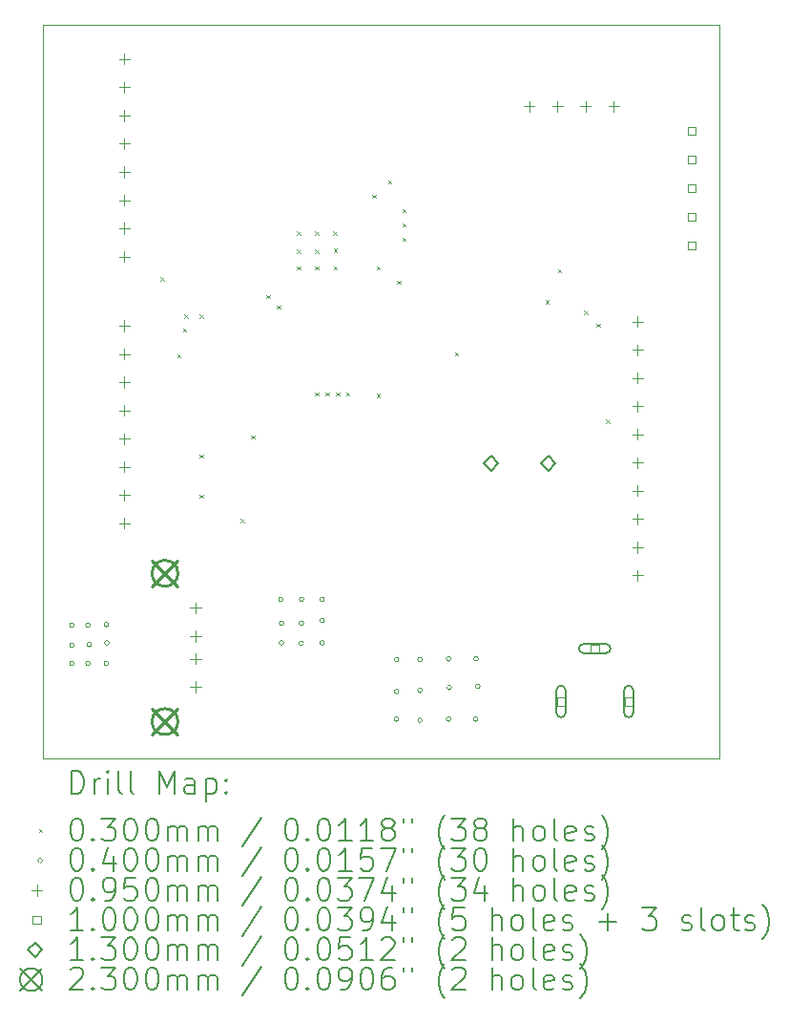
<source format=gbr>
%FSLAX45Y45*%
G04 Gerber Fmt 4.5, Leading zero omitted, Abs format (unit mm)*
G04 Created by KiCad (PCBNEW (6.0.1)) date 2022-05-20 19:43:47*
%MOMM*%
%LPD*%
G01*
G04 APERTURE LIST*
%TA.AperFunction,Profile*%
%ADD10C,0.100000*%
%TD*%
%ADD11C,0.200000*%
%ADD12C,0.030000*%
%ADD13C,0.040000*%
%ADD14C,0.095000*%
%ADD15C,0.100000*%
%ADD16C,0.130000*%
%ADD17C,0.230000*%
G04 APERTURE END LIST*
D10*
X12570000Y-2740000D02*
X18570000Y-2740000D01*
X18570000Y-2740000D02*
X18570000Y-9240000D01*
X18570000Y-9240000D02*
X12570000Y-9240000D01*
X12570000Y-9240000D02*
X12570000Y-2740000D01*
D11*
D12*
X13614640Y-4978640D02*
X13644640Y-5008640D01*
X13644640Y-4978640D02*
X13614640Y-5008640D01*
X13761960Y-5659360D02*
X13791960Y-5689360D01*
X13791960Y-5659360D02*
X13761960Y-5689360D01*
X13812760Y-5430760D02*
X13842760Y-5460760D01*
X13842760Y-5430760D02*
X13812760Y-5460760D01*
X13822920Y-5308840D02*
X13852920Y-5338840D01*
X13852920Y-5308840D02*
X13822920Y-5338840D01*
X13958560Y-6549880D02*
X13988560Y-6579880D01*
X13988560Y-6549880D02*
X13958560Y-6579880D01*
X13958560Y-6905480D02*
X13988560Y-6935480D01*
X13988560Y-6905480D02*
X13958560Y-6935480D01*
X13960080Y-5308840D02*
X13990080Y-5338840D01*
X13990080Y-5308840D02*
X13960080Y-5338840D01*
X14323070Y-7120090D02*
X14353070Y-7150090D01*
X14353070Y-7120090D02*
X14323070Y-7150090D01*
X14417280Y-6380720D02*
X14447280Y-6410720D01*
X14447280Y-6380720D02*
X14417280Y-6410720D01*
X14554440Y-5136120D02*
X14584440Y-5166120D01*
X14584440Y-5136120D02*
X14554440Y-5166120D01*
X14645880Y-5227560D02*
X14675880Y-5257560D01*
X14675880Y-5227560D02*
X14645880Y-5257560D01*
X14823680Y-4572240D02*
X14853680Y-4602240D01*
X14853680Y-4572240D02*
X14823680Y-4602240D01*
X14823680Y-4734800D02*
X14853680Y-4764800D01*
X14853680Y-4734800D02*
X14823680Y-4764800D01*
X14823680Y-4882120D02*
X14853680Y-4912120D01*
X14853680Y-4882120D02*
X14823680Y-4912120D01*
X14986240Y-4572240D02*
X15016240Y-4602240D01*
X15016240Y-4572240D02*
X14986240Y-4602240D01*
X14986240Y-4734800D02*
X15016240Y-4764800D01*
X15016240Y-4734800D02*
X14986240Y-4764800D01*
X14986240Y-4882120D02*
X15016240Y-4912120D01*
X15016240Y-4882120D02*
X14986240Y-4912120D01*
X14986240Y-5999720D02*
X15016240Y-6029720D01*
X15016240Y-5999720D02*
X14986240Y-6029720D01*
X15077680Y-5999720D02*
X15107680Y-6029720D01*
X15107680Y-5999720D02*
X15077680Y-6029720D01*
X15143720Y-4572240D02*
X15173720Y-4602240D01*
X15173720Y-4572240D02*
X15143720Y-4602240D01*
X15148800Y-4724640D02*
X15178800Y-4754640D01*
X15178800Y-4724640D02*
X15148800Y-4754640D01*
X15148800Y-4882120D02*
X15178800Y-4912120D01*
X15178800Y-4882120D02*
X15148800Y-4912120D01*
X15169120Y-5999720D02*
X15199120Y-6029720D01*
X15199120Y-5999720D02*
X15169120Y-6029720D01*
X15260560Y-5999720D02*
X15290560Y-6029720D01*
X15290560Y-5999720D02*
X15260560Y-6029720D01*
X15494240Y-4247120D02*
X15524240Y-4277120D01*
X15524240Y-4247120D02*
X15494240Y-4277120D01*
X15529800Y-4882120D02*
X15559800Y-4912120D01*
X15559800Y-4882120D02*
X15529800Y-4912120D01*
X15529800Y-6009880D02*
X15559800Y-6039880D01*
X15559800Y-6009880D02*
X15529800Y-6039880D01*
X15631400Y-4120120D02*
X15661400Y-4150120D01*
X15661400Y-4120120D02*
X15631400Y-4150120D01*
X15712680Y-5009120D02*
X15742680Y-5039120D01*
X15742680Y-5009120D02*
X15712680Y-5039120D01*
X15758400Y-4374120D02*
X15788400Y-4404120D01*
X15788400Y-4374120D02*
X15758400Y-4404120D01*
X15758400Y-4501120D02*
X15788400Y-4531120D01*
X15788400Y-4501120D02*
X15758400Y-4531120D01*
X15758400Y-4628120D02*
X15788400Y-4658120D01*
X15788400Y-4628120D02*
X15758400Y-4658120D01*
X16225760Y-5644120D02*
X16255760Y-5674120D01*
X16255760Y-5644120D02*
X16225760Y-5674120D01*
X17028400Y-5181840D02*
X17058400Y-5211840D01*
X17058400Y-5181840D02*
X17028400Y-5211840D01*
X17140160Y-4907520D02*
X17170160Y-4937520D01*
X17170160Y-4907520D02*
X17140160Y-4937520D01*
X17373840Y-5273280D02*
X17403840Y-5303280D01*
X17403840Y-5273280D02*
X17373840Y-5303280D01*
X17480520Y-5390120D02*
X17510520Y-5420120D01*
X17510520Y-5390120D02*
X17480520Y-5420120D01*
X17566880Y-6238480D02*
X17596880Y-6268480D01*
X17596880Y-6238480D02*
X17566880Y-6268480D01*
D13*
X12847000Y-8061960D02*
G75*
G03*
X12847000Y-8061960I-20000J0D01*
G01*
X12847000Y-8239760D02*
G75*
G03*
X12847000Y-8239760I-20000J0D01*
G01*
X12847000Y-8402320D02*
G75*
G03*
X12847000Y-8402320I-20000J0D01*
G01*
X12989240Y-8061960D02*
G75*
G03*
X12989240Y-8061960I-20000J0D01*
G01*
X12989240Y-8402320D02*
G75*
G03*
X12989240Y-8402320I-20000J0D01*
G01*
X12999400Y-8234680D02*
G75*
G03*
X12999400Y-8234680I-20000J0D01*
G01*
X13151800Y-8056880D02*
G75*
G03*
X13151800Y-8056880I-20000J0D01*
G01*
X13151800Y-8402320D02*
G75*
G03*
X13151800Y-8402320I-20000J0D01*
G01*
X13156880Y-8219440D02*
G75*
G03*
X13156880Y-8219440I-20000J0D01*
G01*
X14701200Y-7833360D02*
G75*
G03*
X14701200Y-7833360I-20000J0D01*
G01*
X14706280Y-8219440D02*
G75*
G03*
X14706280Y-8219440I-20000J0D01*
G01*
X14707160Y-8045840D02*
G75*
G03*
X14707160Y-8045840I-20000J0D01*
G01*
X14881440Y-8045840D02*
G75*
G03*
X14881440Y-8045840I-20000J0D01*
G01*
X14881440Y-8222080D02*
G75*
G03*
X14881440Y-8222080I-20000J0D01*
G01*
X14884080Y-7833360D02*
G75*
G03*
X14884080Y-7833360I-20000J0D01*
G01*
X15066960Y-7833360D02*
G75*
G03*
X15066960Y-7833360I-20000J0D01*
G01*
X15066960Y-8021320D02*
G75*
G03*
X15066960Y-8021320I-20000J0D01*
G01*
X15066960Y-8219440D02*
G75*
G03*
X15066960Y-8219440I-20000J0D01*
G01*
X15727360Y-8366760D02*
G75*
G03*
X15727360Y-8366760I-20000J0D01*
G01*
X15727360Y-8651240D02*
G75*
G03*
X15727360Y-8651240I-20000J0D01*
G01*
X15727360Y-8895080D02*
G75*
G03*
X15727360Y-8895080I-20000J0D01*
G01*
X15935640Y-8366760D02*
G75*
G03*
X15935640Y-8366760I-20000J0D01*
G01*
X15935640Y-8641080D02*
G75*
G03*
X15935640Y-8641080I-20000J0D01*
G01*
X15935640Y-8905240D02*
G75*
G03*
X15935640Y-8905240I-20000J0D01*
G01*
X16189640Y-8361680D02*
G75*
G03*
X16189640Y-8361680I-20000J0D01*
G01*
X16189640Y-8895080D02*
G75*
G03*
X16189640Y-8895080I-20000J0D01*
G01*
X16194720Y-8615680D02*
G75*
G03*
X16194720Y-8615680I-20000J0D01*
G01*
X16428400Y-8895080D02*
G75*
G03*
X16428400Y-8895080I-20000J0D01*
G01*
X16433480Y-8361680D02*
G75*
G03*
X16433480Y-8361680I-20000J0D01*
G01*
X16448720Y-8605520D02*
G75*
G03*
X16448720Y-8605520I-20000J0D01*
G01*
D14*
X13292860Y-2998020D02*
X13292860Y-3093020D01*
X13245360Y-3045520D02*
X13340360Y-3045520D01*
X13292860Y-3248020D02*
X13292860Y-3343020D01*
X13245360Y-3295520D02*
X13340360Y-3295520D01*
X13292860Y-3498020D02*
X13292860Y-3593020D01*
X13245360Y-3545520D02*
X13340360Y-3545520D01*
X13292860Y-3748020D02*
X13292860Y-3843020D01*
X13245360Y-3795520D02*
X13340360Y-3795520D01*
X13292860Y-3998020D02*
X13292860Y-4093020D01*
X13245360Y-4045520D02*
X13340360Y-4045520D01*
X13292860Y-4248020D02*
X13292860Y-4343020D01*
X13245360Y-4295520D02*
X13340360Y-4295520D01*
X13292860Y-4498020D02*
X13292860Y-4593020D01*
X13245360Y-4545520D02*
X13340360Y-4545520D01*
X13292860Y-4748020D02*
X13292860Y-4843020D01*
X13245360Y-4795520D02*
X13340360Y-4795520D01*
X13292860Y-5361460D02*
X13292860Y-5456460D01*
X13245360Y-5408960D02*
X13340360Y-5408960D01*
X13292860Y-5611460D02*
X13292860Y-5706460D01*
X13245360Y-5658960D02*
X13340360Y-5658960D01*
X13292860Y-5861460D02*
X13292860Y-5956460D01*
X13245360Y-5908960D02*
X13340360Y-5908960D01*
X13292860Y-6111460D02*
X13292860Y-6206460D01*
X13245360Y-6158960D02*
X13340360Y-6158960D01*
X13292860Y-6361460D02*
X13292860Y-6456460D01*
X13245360Y-6408960D02*
X13340360Y-6408960D01*
X13292860Y-6611460D02*
X13292860Y-6706460D01*
X13245360Y-6658960D02*
X13340360Y-6658960D01*
X13292860Y-6861460D02*
X13292860Y-6956460D01*
X13245360Y-6908960D02*
X13340360Y-6908960D01*
X13292860Y-7111460D02*
X13292860Y-7206460D01*
X13245360Y-7158960D02*
X13340360Y-7158960D01*
X13923090Y-7862500D02*
X13923090Y-7957500D01*
X13875590Y-7910000D02*
X13970590Y-7910000D01*
X13923090Y-8112500D02*
X13923090Y-8207500D01*
X13875590Y-8160000D02*
X13970590Y-8160000D01*
X13923090Y-8312500D02*
X13923090Y-8407500D01*
X13875590Y-8360000D02*
X13970590Y-8360000D01*
X13923090Y-8562500D02*
X13923090Y-8657500D01*
X13875590Y-8610000D02*
X13970590Y-8610000D01*
X16885000Y-3415750D02*
X16885000Y-3510750D01*
X16837500Y-3463250D02*
X16932500Y-3463250D01*
X17135000Y-3415750D02*
X17135000Y-3510750D01*
X17087500Y-3463250D02*
X17182500Y-3463250D01*
X17385000Y-3415750D02*
X17385000Y-3510750D01*
X17337500Y-3463250D02*
X17432500Y-3463250D01*
X17635000Y-3415750D02*
X17635000Y-3510750D01*
X17587500Y-3463250D02*
X17682500Y-3463250D01*
X17846100Y-5324820D02*
X17846100Y-5419820D01*
X17798600Y-5372320D02*
X17893600Y-5372320D01*
X17846100Y-5574820D02*
X17846100Y-5669820D01*
X17798600Y-5622320D02*
X17893600Y-5622320D01*
X17846100Y-5824820D02*
X17846100Y-5919820D01*
X17798600Y-5872320D02*
X17893600Y-5872320D01*
X17846100Y-6074820D02*
X17846100Y-6169820D01*
X17798600Y-6122320D02*
X17893600Y-6122320D01*
X17846100Y-6324820D02*
X17846100Y-6419820D01*
X17798600Y-6372320D02*
X17893600Y-6372320D01*
X17846100Y-6574820D02*
X17846100Y-6669820D01*
X17798600Y-6622320D02*
X17893600Y-6622320D01*
X17846100Y-6824820D02*
X17846100Y-6919820D01*
X17798600Y-6872320D02*
X17893600Y-6872320D01*
X17846100Y-7074820D02*
X17846100Y-7169820D01*
X17798600Y-7122320D02*
X17893600Y-7122320D01*
X17846100Y-7324820D02*
X17846100Y-7419820D01*
X17798600Y-7372320D02*
X17893600Y-7372320D01*
X17846100Y-7574820D02*
X17846100Y-7669820D01*
X17798600Y-7622320D02*
X17893600Y-7622320D01*
D15*
X17201746Y-8774666D02*
X17201746Y-8703954D01*
X17131034Y-8703954D01*
X17131034Y-8774666D01*
X17201746Y-8774666D01*
D11*
X17206390Y-8839310D02*
X17206390Y-8639310D01*
X17126390Y-8839310D02*
X17126390Y-8639310D01*
X17206390Y-8639310D02*
G75*
G03*
X17126390Y-8639310I-40000J0D01*
G01*
X17126390Y-8839310D02*
G75*
G03*
X17206390Y-8839310I40000J0D01*
G01*
D15*
X17501746Y-8304666D02*
X17501746Y-8233954D01*
X17431034Y-8233954D01*
X17431034Y-8304666D01*
X17501746Y-8304666D01*
D11*
X17566390Y-8229310D02*
X17366390Y-8229310D01*
X17566390Y-8309310D02*
X17366390Y-8309310D01*
X17366390Y-8229310D02*
G75*
G03*
X17366390Y-8309310I0J-40000D01*
G01*
X17566390Y-8309310D02*
G75*
G03*
X17566390Y-8229310I0J40000D01*
G01*
D15*
X17801746Y-8774666D02*
X17801746Y-8703954D01*
X17731034Y-8703954D01*
X17731034Y-8774666D01*
X17801746Y-8774666D01*
D11*
X17806390Y-8839310D02*
X17806390Y-8639310D01*
X17726390Y-8839310D02*
X17726390Y-8639310D01*
X17806390Y-8639310D02*
G75*
G03*
X17726390Y-8639310I-40000J0D01*
G01*
X17726390Y-8839310D02*
G75*
G03*
X17806390Y-8839310I40000J0D01*
G01*
D15*
X18360726Y-3718356D02*
X18360726Y-3647644D01*
X18290014Y-3647644D01*
X18290014Y-3718356D01*
X18360726Y-3718356D01*
X18360726Y-3972356D02*
X18360726Y-3901644D01*
X18290014Y-3901644D01*
X18290014Y-3972356D01*
X18360726Y-3972356D01*
X18360726Y-4226356D02*
X18360726Y-4155644D01*
X18290014Y-4155644D01*
X18290014Y-4226356D01*
X18360726Y-4226356D01*
X18360726Y-4480356D02*
X18360726Y-4409644D01*
X18290014Y-4409644D01*
X18290014Y-4480356D01*
X18360726Y-4480356D01*
X18360726Y-4734356D02*
X18360726Y-4663644D01*
X18290014Y-4663644D01*
X18290014Y-4734356D01*
X18360726Y-4734356D01*
D16*
X16545560Y-6694400D02*
X16610560Y-6629400D01*
X16545560Y-6564400D01*
X16480560Y-6629400D01*
X16545560Y-6694400D01*
X17053560Y-6694400D02*
X17118560Y-6629400D01*
X17053560Y-6564400D01*
X16988560Y-6629400D01*
X17053560Y-6694400D01*
D17*
X13537090Y-7488000D02*
X13767090Y-7718000D01*
X13767090Y-7488000D02*
X13537090Y-7718000D01*
X13767090Y-7603000D02*
G75*
G03*
X13767090Y-7603000I-115000J0D01*
G01*
X13537090Y-8802000D02*
X13767090Y-9032000D01*
X13767090Y-8802000D02*
X13537090Y-9032000D01*
X13767090Y-8917000D02*
G75*
G03*
X13767090Y-8917000I-115000J0D01*
G01*
D11*
X12822619Y-9555476D02*
X12822619Y-9355476D01*
X12870238Y-9355476D01*
X12898809Y-9365000D01*
X12917857Y-9384048D01*
X12927381Y-9403095D01*
X12936905Y-9441190D01*
X12936905Y-9469762D01*
X12927381Y-9507857D01*
X12917857Y-9526905D01*
X12898809Y-9545952D01*
X12870238Y-9555476D01*
X12822619Y-9555476D01*
X13022619Y-9555476D02*
X13022619Y-9422143D01*
X13022619Y-9460238D02*
X13032143Y-9441190D01*
X13041667Y-9431667D01*
X13060714Y-9422143D01*
X13079762Y-9422143D01*
X13146428Y-9555476D02*
X13146428Y-9422143D01*
X13146428Y-9355476D02*
X13136905Y-9365000D01*
X13146428Y-9374524D01*
X13155952Y-9365000D01*
X13146428Y-9355476D01*
X13146428Y-9374524D01*
X13270238Y-9555476D02*
X13251190Y-9545952D01*
X13241667Y-9526905D01*
X13241667Y-9355476D01*
X13375000Y-9555476D02*
X13355952Y-9545952D01*
X13346428Y-9526905D01*
X13346428Y-9355476D01*
X13603571Y-9555476D02*
X13603571Y-9355476D01*
X13670238Y-9498333D01*
X13736905Y-9355476D01*
X13736905Y-9555476D01*
X13917857Y-9555476D02*
X13917857Y-9450714D01*
X13908333Y-9431667D01*
X13889286Y-9422143D01*
X13851190Y-9422143D01*
X13832143Y-9431667D01*
X13917857Y-9545952D02*
X13898809Y-9555476D01*
X13851190Y-9555476D01*
X13832143Y-9545952D01*
X13822619Y-9526905D01*
X13822619Y-9507857D01*
X13832143Y-9488810D01*
X13851190Y-9479286D01*
X13898809Y-9479286D01*
X13917857Y-9469762D01*
X14013095Y-9422143D02*
X14013095Y-9622143D01*
X14013095Y-9431667D02*
X14032143Y-9422143D01*
X14070238Y-9422143D01*
X14089286Y-9431667D01*
X14098809Y-9441190D01*
X14108333Y-9460238D01*
X14108333Y-9517381D01*
X14098809Y-9536429D01*
X14089286Y-9545952D01*
X14070238Y-9555476D01*
X14032143Y-9555476D01*
X14013095Y-9545952D01*
X14194048Y-9536429D02*
X14203571Y-9545952D01*
X14194048Y-9555476D01*
X14184524Y-9545952D01*
X14194048Y-9536429D01*
X14194048Y-9555476D01*
X14194048Y-9431667D02*
X14203571Y-9441190D01*
X14194048Y-9450714D01*
X14184524Y-9441190D01*
X14194048Y-9431667D01*
X14194048Y-9450714D01*
D12*
X12535000Y-9870000D02*
X12565000Y-9900000D01*
X12565000Y-9870000D02*
X12535000Y-9900000D01*
D11*
X12860714Y-9775476D02*
X12879762Y-9775476D01*
X12898809Y-9785000D01*
X12908333Y-9794524D01*
X12917857Y-9813571D01*
X12927381Y-9851667D01*
X12927381Y-9899286D01*
X12917857Y-9937381D01*
X12908333Y-9956429D01*
X12898809Y-9965952D01*
X12879762Y-9975476D01*
X12860714Y-9975476D01*
X12841667Y-9965952D01*
X12832143Y-9956429D01*
X12822619Y-9937381D01*
X12813095Y-9899286D01*
X12813095Y-9851667D01*
X12822619Y-9813571D01*
X12832143Y-9794524D01*
X12841667Y-9785000D01*
X12860714Y-9775476D01*
X13013095Y-9956429D02*
X13022619Y-9965952D01*
X13013095Y-9975476D01*
X13003571Y-9965952D01*
X13013095Y-9956429D01*
X13013095Y-9975476D01*
X13089286Y-9775476D02*
X13213095Y-9775476D01*
X13146428Y-9851667D01*
X13175000Y-9851667D01*
X13194048Y-9861190D01*
X13203571Y-9870714D01*
X13213095Y-9889762D01*
X13213095Y-9937381D01*
X13203571Y-9956429D01*
X13194048Y-9965952D01*
X13175000Y-9975476D01*
X13117857Y-9975476D01*
X13098809Y-9965952D01*
X13089286Y-9956429D01*
X13336905Y-9775476D02*
X13355952Y-9775476D01*
X13375000Y-9785000D01*
X13384524Y-9794524D01*
X13394048Y-9813571D01*
X13403571Y-9851667D01*
X13403571Y-9899286D01*
X13394048Y-9937381D01*
X13384524Y-9956429D01*
X13375000Y-9965952D01*
X13355952Y-9975476D01*
X13336905Y-9975476D01*
X13317857Y-9965952D01*
X13308333Y-9956429D01*
X13298809Y-9937381D01*
X13289286Y-9899286D01*
X13289286Y-9851667D01*
X13298809Y-9813571D01*
X13308333Y-9794524D01*
X13317857Y-9785000D01*
X13336905Y-9775476D01*
X13527381Y-9775476D02*
X13546428Y-9775476D01*
X13565476Y-9785000D01*
X13575000Y-9794524D01*
X13584524Y-9813571D01*
X13594048Y-9851667D01*
X13594048Y-9899286D01*
X13584524Y-9937381D01*
X13575000Y-9956429D01*
X13565476Y-9965952D01*
X13546428Y-9975476D01*
X13527381Y-9975476D01*
X13508333Y-9965952D01*
X13498809Y-9956429D01*
X13489286Y-9937381D01*
X13479762Y-9899286D01*
X13479762Y-9851667D01*
X13489286Y-9813571D01*
X13498809Y-9794524D01*
X13508333Y-9785000D01*
X13527381Y-9775476D01*
X13679762Y-9975476D02*
X13679762Y-9842143D01*
X13679762Y-9861190D02*
X13689286Y-9851667D01*
X13708333Y-9842143D01*
X13736905Y-9842143D01*
X13755952Y-9851667D01*
X13765476Y-9870714D01*
X13765476Y-9975476D01*
X13765476Y-9870714D02*
X13775000Y-9851667D01*
X13794048Y-9842143D01*
X13822619Y-9842143D01*
X13841667Y-9851667D01*
X13851190Y-9870714D01*
X13851190Y-9975476D01*
X13946428Y-9975476D02*
X13946428Y-9842143D01*
X13946428Y-9861190D02*
X13955952Y-9851667D01*
X13975000Y-9842143D01*
X14003571Y-9842143D01*
X14022619Y-9851667D01*
X14032143Y-9870714D01*
X14032143Y-9975476D01*
X14032143Y-9870714D02*
X14041667Y-9851667D01*
X14060714Y-9842143D01*
X14089286Y-9842143D01*
X14108333Y-9851667D01*
X14117857Y-9870714D01*
X14117857Y-9975476D01*
X14508333Y-9765952D02*
X14336905Y-10023095D01*
X14765476Y-9775476D02*
X14784524Y-9775476D01*
X14803571Y-9785000D01*
X14813095Y-9794524D01*
X14822619Y-9813571D01*
X14832143Y-9851667D01*
X14832143Y-9899286D01*
X14822619Y-9937381D01*
X14813095Y-9956429D01*
X14803571Y-9965952D01*
X14784524Y-9975476D01*
X14765476Y-9975476D01*
X14746428Y-9965952D01*
X14736905Y-9956429D01*
X14727381Y-9937381D01*
X14717857Y-9899286D01*
X14717857Y-9851667D01*
X14727381Y-9813571D01*
X14736905Y-9794524D01*
X14746428Y-9785000D01*
X14765476Y-9775476D01*
X14917857Y-9956429D02*
X14927381Y-9965952D01*
X14917857Y-9975476D01*
X14908333Y-9965952D01*
X14917857Y-9956429D01*
X14917857Y-9975476D01*
X15051190Y-9775476D02*
X15070238Y-9775476D01*
X15089286Y-9785000D01*
X15098809Y-9794524D01*
X15108333Y-9813571D01*
X15117857Y-9851667D01*
X15117857Y-9899286D01*
X15108333Y-9937381D01*
X15098809Y-9956429D01*
X15089286Y-9965952D01*
X15070238Y-9975476D01*
X15051190Y-9975476D01*
X15032143Y-9965952D01*
X15022619Y-9956429D01*
X15013095Y-9937381D01*
X15003571Y-9899286D01*
X15003571Y-9851667D01*
X15013095Y-9813571D01*
X15022619Y-9794524D01*
X15032143Y-9785000D01*
X15051190Y-9775476D01*
X15308333Y-9975476D02*
X15194048Y-9975476D01*
X15251190Y-9975476D02*
X15251190Y-9775476D01*
X15232143Y-9804048D01*
X15213095Y-9823095D01*
X15194048Y-9832619D01*
X15498809Y-9975476D02*
X15384524Y-9975476D01*
X15441667Y-9975476D02*
X15441667Y-9775476D01*
X15422619Y-9804048D01*
X15403571Y-9823095D01*
X15384524Y-9832619D01*
X15613095Y-9861190D02*
X15594048Y-9851667D01*
X15584524Y-9842143D01*
X15575000Y-9823095D01*
X15575000Y-9813571D01*
X15584524Y-9794524D01*
X15594048Y-9785000D01*
X15613095Y-9775476D01*
X15651190Y-9775476D01*
X15670238Y-9785000D01*
X15679762Y-9794524D01*
X15689286Y-9813571D01*
X15689286Y-9823095D01*
X15679762Y-9842143D01*
X15670238Y-9851667D01*
X15651190Y-9861190D01*
X15613095Y-9861190D01*
X15594048Y-9870714D01*
X15584524Y-9880238D01*
X15575000Y-9899286D01*
X15575000Y-9937381D01*
X15584524Y-9956429D01*
X15594048Y-9965952D01*
X15613095Y-9975476D01*
X15651190Y-9975476D01*
X15670238Y-9965952D01*
X15679762Y-9956429D01*
X15689286Y-9937381D01*
X15689286Y-9899286D01*
X15679762Y-9880238D01*
X15670238Y-9870714D01*
X15651190Y-9861190D01*
X15765476Y-9775476D02*
X15765476Y-9813571D01*
X15841667Y-9775476D02*
X15841667Y-9813571D01*
X16136905Y-10051667D02*
X16127381Y-10042143D01*
X16108333Y-10013571D01*
X16098809Y-9994524D01*
X16089286Y-9965952D01*
X16079762Y-9918333D01*
X16079762Y-9880238D01*
X16089286Y-9832619D01*
X16098809Y-9804048D01*
X16108333Y-9785000D01*
X16127381Y-9756429D01*
X16136905Y-9746905D01*
X16194048Y-9775476D02*
X16317857Y-9775476D01*
X16251190Y-9851667D01*
X16279762Y-9851667D01*
X16298809Y-9861190D01*
X16308333Y-9870714D01*
X16317857Y-9889762D01*
X16317857Y-9937381D01*
X16308333Y-9956429D01*
X16298809Y-9965952D01*
X16279762Y-9975476D01*
X16222619Y-9975476D01*
X16203571Y-9965952D01*
X16194048Y-9956429D01*
X16432143Y-9861190D02*
X16413095Y-9851667D01*
X16403571Y-9842143D01*
X16394048Y-9823095D01*
X16394048Y-9813571D01*
X16403571Y-9794524D01*
X16413095Y-9785000D01*
X16432143Y-9775476D01*
X16470238Y-9775476D01*
X16489286Y-9785000D01*
X16498809Y-9794524D01*
X16508333Y-9813571D01*
X16508333Y-9823095D01*
X16498809Y-9842143D01*
X16489286Y-9851667D01*
X16470238Y-9861190D01*
X16432143Y-9861190D01*
X16413095Y-9870714D01*
X16403571Y-9880238D01*
X16394048Y-9899286D01*
X16394048Y-9937381D01*
X16403571Y-9956429D01*
X16413095Y-9965952D01*
X16432143Y-9975476D01*
X16470238Y-9975476D01*
X16489286Y-9965952D01*
X16498809Y-9956429D01*
X16508333Y-9937381D01*
X16508333Y-9899286D01*
X16498809Y-9880238D01*
X16489286Y-9870714D01*
X16470238Y-9861190D01*
X16746428Y-9975476D02*
X16746428Y-9775476D01*
X16832143Y-9975476D02*
X16832143Y-9870714D01*
X16822619Y-9851667D01*
X16803571Y-9842143D01*
X16775000Y-9842143D01*
X16755952Y-9851667D01*
X16746428Y-9861190D01*
X16955952Y-9975476D02*
X16936905Y-9965952D01*
X16927381Y-9956429D01*
X16917857Y-9937381D01*
X16917857Y-9880238D01*
X16927381Y-9861190D01*
X16936905Y-9851667D01*
X16955952Y-9842143D01*
X16984524Y-9842143D01*
X17003571Y-9851667D01*
X17013095Y-9861190D01*
X17022619Y-9880238D01*
X17022619Y-9937381D01*
X17013095Y-9956429D01*
X17003571Y-9965952D01*
X16984524Y-9975476D01*
X16955952Y-9975476D01*
X17136905Y-9975476D02*
X17117857Y-9965952D01*
X17108333Y-9946905D01*
X17108333Y-9775476D01*
X17289286Y-9965952D02*
X17270238Y-9975476D01*
X17232143Y-9975476D01*
X17213095Y-9965952D01*
X17203571Y-9946905D01*
X17203571Y-9870714D01*
X17213095Y-9851667D01*
X17232143Y-9842143D01*
X17270238Y-9842143D01*
X17289286Y-9851667D01*
X17298810Y-9870714D01*
X17298810Y-9889762D01*
X17203571Y-9908810D01*
X17375000Y-9965952D02*
X17394048Y-9975476D01*
X17432143Y-9975476D01*
X17451190Y-9965952D01*
X17460714Y-9946905D01*
X17460714Y-9937381D01*
X17451190Y-9918333D01*
X17432143Y-9908810D01*
X17403571Y-9908810D01*
X17384524Y-9899286D01*
X17375000Y-9880238D01*
X17375000Y-9870714D01*
X17384524Y-9851667D01*
X17403571Y-9842143D01*
X17432143Y-9842143D01*
X17451190Y-9851667D01*
X17527381Y-10051667D02*
X17536905Y-10042143D01*
X17555952Y-10013571D01*
X17565476Y-9994524D01*
X17575000Y-9965952D01*
X17584524Y-9918333D01*
X17584524Y-9880238D01*
X17575000Y-9832619D01*
X17565476Y-9804048D01*
X17555952Y-9785000D01*
X17536905Y-9756429D01*
X17527381Y-9746905D01*
D13*
X12565000Y-10149000D02*
G75*
G03*
X12565000Y-10149000I-20000J0D01*
G01*
D11*
X12860714Y-10039476D02*
X12879762Y-10039476D01*
X12898809Y-10049000D01*
X12908333Y-10058524D01*
X12917857Y-10077571D01*
X12927381Y-10115667D01*
X12927381Y-10163286D01*
X12917857Y-10201381D01*
X12908333Y-10220429D01*
X12898809Y-10229952D01*
X12879762Y-10239476D01*
X12860714Y-10239476D01*
X12841667Y-10229952D01*
X12832143Y-10220429D01*
X12822619Y-10201381D01*
X12813095Y-10163286D01*
X12813095Y-10115667D01*
X12822619Y-10077571D01*
X12832143Y-10058524D01*
X12841667Y-10049000D01*
X12860714Y-10039476D01*
X13013095Y-10220429D02*
X13022619Y-10229952D01*
X13013095Y-10239476D01*
X13003571Y-10229952D01*
X13013095Y-10220429D01*
X13013095Y-10239476D01*
X13194048Y-10106143D02*
X13194048Y-10239476D01*
X13146428Y-10029952D02*
X13098809Y-10172810D01*
X13222619Y-10172810D01*
X13336905Y-10039476D02*
X13355952Y-10039476D01*
X13375000Y-10049000D01*
X13384524Y-10058524D01*
X13394048Y-10077571D01*
X13403571Y-10115667D01*
X13403571Y-10163286D01*
X13394048Y-10201381D01*
X13384524Y-10220429D01*
X13375000Y-10229952D01*
X13355952Y-10239476D01*
X13336905Y-10239476D01*
X13317857Y-10229952D01*
X13308333Y-10220429D01*
X13298809Y-10201381D01*
X13289286Y-10163286D01*
X13289286Y-10115667D01*
X13298809Y-10077571D01*
X13308333Y-10058524D01*
X13317857Y-10049000D01*
X13336905Y-10039476D01*
X13527381Y-10039476D02*
X13546428Y-10039476D01*
X13565476Y-10049000D01*
X13575000Y-10058524D01*
X13584524Y-10077571D01*
X13594048Y-10115667D01*
X13594048Y-10163286D01*
X13584524Y-10201381D01*
X13575000Y-10220429D01*
X13565476Y-10229952D01*
X13546428Y-10239476D01*
X13527381Y-10239476D01*
X13508333Y-10229952D01*
X13498809Y-10220429D01*
X13489286Y-10201381D01*
X13479762Y-10163286D01*
X13479762Y-10115667D01*
X13489286Y-10077571D01*
X13498809Y-10058524D01*
X13508333Y-10049000D01*
X13527381Y-10039476D01*
X13679762Y-10239476D02*
X13679762Y-10106143D01*
X13679762Y-10125190D02*
X13689286Y-10115667D01*
X13708333Y-10106143D01*
X13736905Y-10106143D01*
X13755952Y-10115667D01*
X13765476Y-10134714D01*
X13765476Y-10239476D01*
X13765476Y-10134714D02*
X13775000Y-10115667D01*
X13794048Y-10106143D01*
X13822619Y-10106143D01*
X13841667Y-10115667D01*
X13851190Y-10134714D01*
X13851190Y-10239476D01*
X13946428Y-10239476D02*
X13946428Y-10106143D01*
X13946428Y-10125190D02*
X13955952Y-10115667D01*
X13975000Y-10106143D01*
X14003571Y-10106143D01*
X14022619Y-10115667D01*
X14032143Y-10134714D01*
X14032143Y-10239476D01*
X14032143Y-10134714D02*
X14041667Y-10115667D01*
X14060714Y-10106143D01*
X14089286Y-10106143D01*
X14108333Y-10115667D01*
X14117857Y-10134714D01*
X14117857Y-10239476D01*
X14508333Y-10029952D02*
X14336905Y-10287095D01*
X14765476Y-10039476D02*
X14784524Y-10039476D01*
X14803571Y-10049000D01*
X14813095Y-10058524D01*
X14822619Y-10077571D01*
X14832143Y-10115667D01*
X14832143Y-10163286D01*
X14822619Y-10201381D01*
X14813095Y-10220429D01*
X14803571Y-10229952D01*
X14784524Y-10239476D01*
X14765476Y-10239476D01*
X14746428Y-10229952D01*
X14736905Y-10220429D01*
X14727381Y-10201381D01*
X14717857Y-10163286D01*
X14717857Y-10115667D01*
X14727381Y-10077571D01*
X14736905Y-10058524D01*
X14746428Y-10049000D01*
X14765476Y-10039476D01*
X14917857Y-10220429D02*
X14927381Y-10229952D01*
X14917857Y-10239476D01*
X14908333Y-10229952D01*
X14917857Y-10220429D01*
X14917857Y-10239476D01*
X15051190Y-10039476D02*
X15070238Y-10039476D01*
X15089286Y-10049000D01*
X15098809Y-10058524D01*
X15108333Y-10077571D01*
X15117857Y-10115667D01*
X15117857Y-10163286D01*
X15108333Y-10201381D01*
X15098809Y-10220429D01*
X15089286Y-10229952D01*
X15070238Y-10239476D01*
X15051190Y-10239476D01*
X15032143Y-10229952D01*
X15022619Y-10220429D01*
X15013095Y-10201381D01*
X15003571Y-10163286D01*
X15003571Y-10115667D01*
X15013095Y-10077571D01*
X15022619Y-10058524D01*
X15032143Y-10049000D01*
X15051190Y-10039476D01*
X15308333Y-10239476D02*
X15194048Y-10239476D01*
X15251190Y-10239476D02*
X15251190Y-10039476D01*
X15232143Y-10068048D01*
X15213095Y-10087095D01*
X15194048Y-10096619D01*
X15489286Y-10039476D02*
X15394048Y-10039476D01*
X15384524Y-10134714D01*
X15394048Y-10125190D01*
X15413095Y-10115667D01*
X15460714Y-10115667D01*
X15479762Y-10125190D01*
X15489286Y-10134714D01*
X15498809Y-10153762D01*
X15498809Y-10201381D01*
X15489286Y-10220429D01*
X15479762Y-10229952D01*
X15460714Y-10239476D01*
X15413095Y-10239476D01*
X15394048Y-10229952D01*
X15384524Y-10220429D01*
X15565476Y-10039476D02*
X15698809Y-10039476D01*
X15613095Y-10239476D01*
X15765476Y-10039476D02*
X15765476Y-10077571D01*
X15841667Y-10039476D02*
X15841667Y-10077571D01*
X16136905Y-10315667D02*
X16127381Y-10306143D01*
X16108333Y-10277571D01*
X16098809Y-10258524D01*
X16089286Y-10229952D01*
X16079762Y-10182333D01*
X16079762Y-10144238D01*
X16089286Y-10096619D01*
X16098809Y-10068048D01*
X16108333Y-10049000D01*
X16127381Y-10020429D01*
X16136905Y-10010905D01*
X16194048Y-10039476D02*
X16317857Y-10039476D01*
X16251190Y-10115667D01*
X16279762Y-10115667D01*
X16298809Y-10125190D01*
X16308333Y-10134714D01*
X16317857Y-10153762D01*
X16317857Y-10201381D01*
X16308333Y-10220429D01*
X16298809Y-10229952D01*
X16279762Y-10239476D01*
X16222619Y-10239476D01*
X16203571Y-10229952D01*
X16194048Y-10220429D01*
X16441667Y-10039476D02*
X16460714Y-10039476D01*
X16479762Y-10049000D01*
X16489286Y-10058524D01*
X16498809Y-10077571D01*
X16508333Y-10115667D01*
X16508333Y-10163286D01*
X16498809Y-10201381D01*
X16489286Y-10220429D01*
X16479762Y-10229952D01*
X16460714Y-10239476D01*
X16441667Y-10239476D01*
X16422619Y-10229952D01*
X16413095Y-10220429D01*
X16403571Y-10201381D01*
X16394048Y-10163286D01*
X16394048Y-10115667D01*
X16403571Y-10077571D01*
X16413095Y-10058524D01*
X16422619Y-10049000D01*
X16441667Y-10039476D01*
X16746428Y-10239476D02*
X16746428Y-10039476D01*
X16832143Y-10239476D02*
X16832143Y-10134714D01*
X16822619Y-10115667D01*
X16803571Y-10106143D01*
X16775000Y-10106143D01*
X16755952Y-10115667D01*
X16746428Y-10125190D01*
X16955952Y-10239476D02*
X16936905Y-10229952D01*
X16927381Y-10220429D01*
X16917857Y-10201381D01*
X16917857Y-10144238D01*
X16927381Y-10125190D01*
X16936905Y-10115667D01*
X16955952Y-10106143D01*
X16984524Y-10106143D01*
X17003571Y-10115667D01*
X17013095Y-10125190D01*
X17022619Y-10144238D01*
X17022619Y-10201381D01*
X17013095Y-10220429D01*
X17003571Y-10229952D01*
X16984524Y-10239476D01*
X16955952Y-10239476D01*
X17136905Y-10239476D02*
X17117857Y-10229952D01*
X17108333Y-10210905D01*
X17108333Y-10039476D01*
X17289286Y-10229952D02*
X17270238Y-10239476D01*
X17232143Y-10239476D01*
X17213095Y-10229952D01*
X17203571Y-10210905D01*
X17203571Y-10134714D01*
X17213095Y-10115667D01*
X17232143Y-10106143D01*
X17270238Y-10106143D01*
X17289286Y-10115667D01*
X17298810Y-10134714D01*
X17298810Y-10153762D01*
X17203571Y-10172810D01*
X17375000Y-10229952D02*
X17394048Y-10239476D01*
X17432143Y-10239476D01*
X17451190Y-10229952D01*
X17460714Y-10210905D01*
X17460714Y-10201381D01*
X17451190Y-10182333D01*
X17432143Y-10172810D01*
X17403571Y-10172810D01*
X17384524Y-10163286D01*
X17375000Y-10144238D01*
X17375000Y-10134714D01*
X17384524Y-10115667D01*
X17403571Y-10106143D01*
X17432143Y-10106143D01*
X17451190Y-10115667D01*
X17527381Y-10315667D02*
X17536905Y-10306143D01*
X17555952Y-10277571D01*
X17565476Y-10258524D01*
X17575000Y-10229952D01*
X17584524Y-10182333D01*
X17584524Y-10144238D01*
X17575000Y-10096619D01*
X17565476Y-10068048D01*
X17555952Y-10049000D01*
X17536905Y-10020429D01*
X17527381Y-10010905D01*
D14*
X12517500Y-10365500D02*
X12517500Y-10460500D01*
X12470000Y-10413000D02*
X12565000Y-10413000D01*
D11*
X12860714Y-10303476D02*
X12879762Y-10303476D01*
X12898809Y-10313000D01*
X12908333Y-10322524D01*
X12917857Y-10341571D01*
X12927381Y-10379667D01*
X12927381Y-10427286D01*
X12917857Y-10465381D01*
X12908333Y-10484429D01*
X12898809Y-10493952D01*
X12879762Y-10503476D01*
X12860714Y-10503476D01*
X12841667Y-10493952D01*
X12832143Y-10484429D01*
X12822619Y-10465381D01*
X12813095Y-10427286D01*
X12813095Y-10379667D01*
X12822619Y-10341571D01*
X12832143Y-10322524D01*
X12841667Y-10313000D01*
X12860714Y-10303476D01*
X13013095Y-10484429D02*
X13022619Y-10493952D01*
X13013095Y-10503476D01*
X13003571Y-10493952D01*
X13013095Y-10484429D01*
X13013095Y-10503476D01*
X13117857Y-10503476D02*
X13155952Y-10503476D01*
X13175000Y-10493952D01*
X13184524Y-10484429D01*
X13203571Y-10455857D01*
X13213095Y-10417762D01*
X13213095Y-10341571D01*
X13203571Y-10322524D01*
X13194048Y-10313000D01*
X13175000Y-10303476D01*
X13136905Y-10303476D01*
X13117857Y-10313000D01*
X13108333Y-10322524D01*
X13098809Y-10341571D01*
X13098809Y-10389190D01*
X13108333Y-10408238D01*
X13117857Y-10417762D01*
X13136905Y-10427286D01*
X13175000Y-10427286D01*
X13194048Y-10417762D01*
X13203571Y-10408238D01*
X13213095Y-10389190D01*
X13394048Y-10303476D02*
X13298809Y-10303476D01*
X13289286Y-10398714D01*
X13298809Y-10389190D01*
X13317857Y-10379667D01*
X13365476Y-10379667D01*
X13384524Y-10389190D01*
X13394048Y-10398714D01*
X13403571Y-10417762D01*
X13403571Y-10465381D01*
X13394048Y-10484429D01*
X13384524Y-10493952D01*
X13365476Y-10503476D01*
X13317857Y-10503476D01*
X13298809Y-10493952D01*
X13289286Y-10484429D01*
X13527381Y-10303476D02*
X13546428Y-10303476D01*
X13565476Y-10313000D01*
X13575000Y-10322524D01*
X13584524Y-10341571D01*
X13594048Y-10379667D01*
X13594048Y-10427286D01*
X13584524Y-10465381D01*
X13575000Y-10484429D01*
X13565476Y-10493952D01*
X13546428Y-10503476D01*
X13527381Y-10503476D01*
X13508333Y-10493952D01*
X13498809Y-10484429D01*
X13489286Y-10465381D01*
X13479762Y-10427286D01*
X13479762Y-10379667D01*
X13489286Y-10341571D01*
X13498809Y-10322524D01*
X13508333Y-10313000D01*
X13527381Y-10303476D01*
X13679762Y-10503476D02*
X13679762Y-10370143D01*
X13679762Y-10389190D02*
X13689286Y-10379667D01*
X13708333Y-10370143D01*
X13736905Y-10370143D01*
X13755952Y-10379667D01*
X13765476Y-10398714D01*
X13765476Y-10503476D01*
X13765476Y-10398714D02*
X13775000Y-10379667D01*
X13794048Y-10370143D01*
X13822619Y-10370143D01*
X13841667Y-10379667D01*
X13851190Y-10398714D01*
X13851190Y-10503476D01*
X13946428Y-10503476D02*
X13946428Y-10370143D01*
X13946428Y-10389190D02*
X13955952Y-10379667D01*
X13975000Y-10370143D01*
X14003571Y-10370143D01*
X14022619Y-10379667D01*
X14032143Y-10398714D01*
X14032143Y-10503476D01*
X14032143Y-10398714D02*
X14041667Y-10379667D01*
X14060714Y-10370143D01*
X14089286Y-10370143D01*
X14108333Y-10379667D01*
X14117857Y-10398714D01*
X14117857Y-10503476D01*
X14508333Y-10293952D02*
X14336905Y-10551095D01*
X14765476Y-10303476D02*
X14784524Y-10303476D01*
X14803571Y-10313000D01*
X14813095Y-10322524D01*
X14822619Y-10341571D01*
X14832143Y-10379667D01*
X14832143Y-10427286D01*
X14822619Y-10465381D01*
X14813095Y-10484429D01*
X14803571Y-10493952D01*
X14784524Y-10503476D01*
X14765476Y-10503476D01*
X14746428Y-10493952D01*
X14736905Y-10484429D01*
X14727381Y-10465381D01*
X14717857Y-10427286D01*
X14717857Y-10379667D01*
X14727381Y-10341571D01*
X14736905Y-10322524D01*
X14746428Y-10313000D01*
X14765476Y-10303476D01*
X14917857Y-10484429D02*
X14927381Y-10493952D01*
X14917857Y-10503476D01*
X14908333Y-10493952D01*
X14917857Y-10484429D01*
X14917857Y-10503476D01*
X15051190Y-10303476D02*
X15070238Y-10303476D01*
X15089286Y-10313000D01*
X15098809Y-10322524D01*
X15108333Y-10341571D01*
X15117857Y-10379667D01*
X15117857Y-10427286D01*
X15108333Y-10465381D01*
X15098809Y-10484429D01*
X15089286Y-10493952D01*
X15070238Y-10503476D01*
X15051190Y-10503476D01*
X15032143Y-10493952D01*
X15022619Y-10484429D01*
X15013095Y-10465381D01*
X15003571Y-10427286D01*
X15003571Y-10379667D01*
X15013095Y-10341571D01*
X15022619Y-10322524D01*
X15032143Y-10313000D01*
X15051190Y-10303476D01*
X15184524Y-10303476D02*
X15308333Y-10303476D01*
X15241667Y-10379667D01*
X15270238Y-10379667D01*
X15289286Y-10389190D01*
X15298809Y-10398714D01*
X15308333Y-10417762D01*
X15308333Y-10465381D01*
X15298809Y-10484429D01*
X15289286Y-10493952D01*
X15270238Y-10503476D01*
X15213095Y-10503476D01*
X15194048Y-10493952D01*
X15184524Y-10484429D01*
X15375000Y-10303476D02*
X15508333Y-10303476D01*
X15422619Y-10503476D01*
X15670238Y-10370143D02*
X15670238Y-10503476D01*
X15622619Y-10293952D02*
X15575000Y-10436810D01*
X15698809Y-10436810D01*
X15765476Y-10303476D02*
X15765476Y-10341571D01*
X15841667Y-10303476D02*
X15841667Y-10341571D01*
X16136905Y-10579667D02*
X16127381Y-10570143D01*
X16108333Y-10541571D01*
X16098809Y-10522524D01*
X16089286Y-10493952D01*
X16079762Y-10446333D01*
X16079762Y-10408238D01*
X16089286Y-10360619D01*
X16098809Y-10332048D01*
X16108333Y-10313000D01*
X16127381Y-10284429D01*
X16136905Y-10274905D01*
X16194048Y-10303476D02*
X16317857Y-10303476D01*
X16251190Y-10379667D01*
X16279762Y-10379667D01*
X16298809Y-10389190D01*
X16308333Y-10398714D01*
X16317857Y-10417762D01*
X16317857Y-10465381D01*
X16308333Y-10484429D01*
X16298809Y-10493952D01*
X16279762Y-10503476D01*
X16222619Y-10503476D01*
X16203571Y-10493952D01*
X16194048Y-10484429D01*
X16489286Y-10370143D02*
X16489286Y-10503476D01*
X16441667Y-10293952D02*
X16394048Y-10436810D01*
X16517857Y-10436810D01*
X16746428Y-10503476D02*
X16746428Y-10303476D01*
X16832143Y-10503476D02*
X16832143Y-10398714D01*
X16822619Y-10379667D01*
X16803571Y-10370143D01*
X16775000Y-10370143D01*
X16755952Y-10379667D01*
X16746428Y-10389190D01*
X16955952Y-10503476D02*
X16936905Y-10493952D01*
X16927381Y-10484429D01*
X16917857Y-10465381D01*
X16917857Y-10408238D01*
X16927381Y-10389190D01*
X16936905Y-10379667D01*
X16955952Y-10370143D01*
X16984524Y-10370143D01*
X17003571Y-10379667D01*
X17013095Y-10389190D01*
X17022619Y-10408238D01*
X17022619Y-10465381D01*
X17013095Y-10484429D01*
X17003571Y-10493952D01*
X16984524Y-10503476D01*
X16955952Y-10503476D01*
X17136905Y-10503476D02*
X17117857Y-10493952D01*
X17108333Y-10474905D01*
X17108333Y-10303476D01*
X17289286Y-10493952D02*
X17270238Y-10503476D01*
X17232143Y-10503476D01*
X17213095Y-10493952D01*
X17203571Y-10474905D01*
X17203571Y-10398714D01*
X17213095Y-10379667D01*
X17232143Y-10370143D01*
X17270238Y-10370143D01*
X17289286Y-10379667D01*
X17298810Y-10398714D01*
X17298810Y-10417762D01*
X17203571Y-10436810D01*
X17375000Y-10493952D02*
X17394048Y-10503476D01*
X17432143Y-10503476D01*
X17451190Y-10493952D01*
X17460714Y-10474905D01*
X17460714Y-10465381D01*
X17451190Y-10446333D01*
X17432143Y-10436810D01*
X17403571Y-10436810D01*
X17384524Y-10427286D01*
X17375000Y-10408238D01*
X17375000Y-10398714D01*
X17384524Y-10379667D01*
X17403571Y-10370143D01*
X17432143Y-10370143D01*
X17451190Y-10379667D01*
X17527381Y-10579667D02*
X17536905Y-10570143D01*
X17555952Y-10541571D01*
X17565476Y-10522524D01*
X17575000Y-10493952D01*
X17584524Y-10446333D01*
X17584524Y-10408238D01*
X17575000Y-10360619D01*
X17565476Y-10332048D01*
X17555952Y-10313000D01*
X17536905Y-10284429D01*
X17527381Y-10274905D01*
D15*
X12550356Y-10712356D02*
X12550356Y-10641644D01*
X12479644Y-10641644D01*
X12479644Y-10712356D01*
X12550356Y-10712356D01*
D11*
X12927381Y-10767476D02*
X12813095Y-10767476D01*
X12870238Y-10767476D02*
X12870238Y-10567476D01*
X12851190Y-10596048D01*
X12832143Y-10615095D01*
X12813095Y-10624619D01*
X13013095Y-10748429D02*
X13022619Y-10757952D01*
X13013095Y-10767476D01*
X13003571Y-10757952D01*
X13013095Y-10748429D01*
X13013095Y-10767476D01*
X13146428Y-10567476D02*
X13165476Y-10567476D01*
X13184524Y-10577000D01*
X13194048Y-10586524D01*
X13203571Y-10605571D01*
X13213095Y-10643667D01*
X13213095Y-10691286D01*
X13203571Y-10729381D01*
X13194048Y-10748429D01*
X13184524Y-10757952D01*
X13165476Y-10767476D01*
X13146428Y-10767476D01*
X13127381Y-10757952D01*
X13117857Y-10748429D01*
X13108333Y-10729381D01*
X13098809Y-10691286D01*
X13098809Y-10643667D01*
X13108333Y-10605571D01*
X13117857Y-10586524D01*
X13127381Y-10577000D01*
X13146428Y-10567476D01*
X13336905Y-10567476D02*
X13355952Y-10567476D01*
X13375000Y-10577000D01*
X13384524Y-10586524D01*
X13394048Y-10605571D01*
X13403571Y-10643667D01*
X13403571Y-10691286D01*
X13394048Y-10729381D01*
X13384524Y-10748429D01*
X13375000Y-10757952D01*
X13355952Y-10767476D01*
X13336905Y-10767476D01*
X13317857Y-10757952D01*
X13308333Y-10748429D01*
X13298809Y-10729381D01*
X13289286Y-10691286D01*
X13289286Y-10643667D01*
X13298809Y-10605571D01*
X13308333Y-10586524D01*
X13317857Y-10577000D01*
X13336905Y-10567476D01*
X13527381Y-10567476D02*
X13546428Y-10567476D01*
X13565476Y-10577000D01*
X13575000Y-10586524D01*
X13584524Y-10605571D01*
X13594048Y-10643667D01*
X13594048Y-10691286D01*
X13584524Y-10729381D01*
X13575000Y-10748429D01*
X13565476Y-10757952D01*
X13546428Y-10767476D01*
X13527381Y-10767476D01*
X13508333Y-10757952D01*
X13498809Y-10748429D01*
X13489286Y-10729381D01*
X13479762Y-10691286D01*
X13479762Y-10643667D01*
X13489286Y-10605571D01*
X13498809Y-10586524D01*
X13508333Y-10577000D01*
X13527381Y-10567476D01*
X13679762Y-10767476D02*
X13679762Y-10634143D01*
X13679762Y-10653190D02*
X13689286Y-10643667D01*
X13708333Y-10634143D01*
X13736905Y-10634143D01*
X13755952Y-10643667D01*
X13765476Y-10662714D01*
X13765476Y-10767476D01*
X13765476Y-10662714D02*
X13775000Y-10643667D01*
X13794048Y-10634143D01*
X13822619Y-10634143D01*
X13841667Y-10643667D01*
X13851190Y-10662714D01*
X13851190Y-10767476D01*
X13946428Y-10767476D02*
X13946428Y-10634143D01*
X13946428Y-10653190D02*
X13955952Y-10643667D01*
X13975000Y-10634143D01*
X14003571Y-10634143D01*
X14022619Y-10643667D01*
X14032143Y-10662714D01*
X14032143Y-10767476D01*
X14032143Y-10662714D02*
X14041667Y-10643667D01*
X14060714Y-10634143D01*
X14089286Y-10634143D01*
X14108333Y-10643667D01*
X14117857Y-10662714D01*
X14117857Y-10767476D01*
X14508333Y-10557952D02*
X14336905Y-10815095D01*
X14765476Y-10567476D02*
X14784524Y-10567476D01*
X14803571Y-10577000D01*
X14813095Y-10586524D01*
X14822619Y-10605571D01*
X14832143Y-10643667D01*
X14832143Y-10691286D01*
X14822619Y-10729381D01*
X14813095Y-10748429D01*
X14803571Y-10757952D01*
X14784524Y-10767476D01*
X14765476Y-10767476D01*
X14746428Y-10757952D01*
X14736905Y-10748429D01*
X14727381Y-10729381D01*
X14717857Y-10691286D01*
X14717857Y-10643667D01*
X14727381Y-10605571D01*
X14736905Y-10586524D01*
X14746428Y-10577000D01*
X14765476Y-10567476D01*
X14917857Y-10748429D02*
X14927381Y-10757952D01*
X14917857Y-10767476D01*
X14908333Y-10757952D01*
X14917857Y-10748429D01*
X14917857Y-10767476D01*
X15051190Y-10567476D02*
X15070238Y-10567476D01*
X15089286Y-10577000D01*
X15098809Y-10586524D01*
X15108333Y-10605571D01*
X15117857Y-10643667D01*
X15117857Y-10691286D01*
X15108333Y-10729381D01*
X15098809Y-10748429D01*
X15089286Y-10757952D01*
X15070238Y-10767476D01*
X15051190Y-10767476D01*
X15032143Y-10757952D01*
X15022619Y-10748429D01*
X15013095Y-10729381D01*
X15003571Y-10691286D01*
X15003571Y-10643667D01*
X15013095Y-10605571D01*
X15022619Y-10586524D01*
X15032143Y-10577000D01*
X15051190Y-10567476D01*
X15184524Y-10567476D02*
X15308333Y-10567476D01*
X15241667Y-10643667D01*
X15270238Y-10643667D01*
X15289286Y-10653190D01*
X15298809Y-10662714D01*
X15308333Y-10681762D01*
X15308333Y-10729381D01*
X15298809Y-10748429D01*
X15289286Y-10757952D01*
X15270238Y-10767476D01*
X15213095Y-10767476D01*
X15194048Y-10757952D01*
X15184524Y-10748429D01*
X15403571Y-10767476D02*
X15441667Y-10767476D01*
X15460714Y-10757952D01*
X15470238Y-10748429D01*
X15489286Y-10719857D01*
X15498809Y-10681762D01*
X15498809Y-10605571D01*
X15489286Y-10586524D01*
X15479762Y-10577000D01*
X15460714Y-10567476D01*
X15422619Y-10567476D01*
X15403571Y-10577000D01*
X15394048Y-10586524D01*
X15384524Y-10605571D01*
X15384524Y-10653190D01*
X15394048Y-10672238D01*
X15403571Y-10681762D01*
X15422619Y-10691286D01*
X15460714Y-10691286D01*
X15479762Y-10681762D01*
X15489286Y-10672238D01*
X15498809Y-10653190D01*
X15670238Y-10634143D02*
X15670238Y-10767476D01*
X15622619Y-10557952D02*
X15575000Y-10700810D01*
X15698809Y-10700810D01*
X15765476Y-10567476D02*
X15765476Y-10605571D01*
X15841667Y-10567476D02*
X15841667Y-10605571D01*
X16136905Y-10843667D02*
X16127381Y-10834143D01*
X16108333Y-10805571D01*
X16098809Y-10786524D01*
X16089286Y-10757952D01*
X16079762Y-10710333D01*
X16079762Y-10672238D01*
X16089286Y-10624619D01*
X16098809Y-10596048D01*
X16108333Y-10577000D01*
X16127381Y-10548429D01*
X16136905Y-10538905D01*
X16308333Y-10567476D02*
X16213095Y-10567476D01*
X16203571Y-10662714D01*
X16213095Y-10653190D01*
X16232143Y-10643667D01*
X16279762Y-10643667D01*
X16298809Y-10653190D01*
X16308333Y-10662714D01*
X16317857Y-10681762D01*
X16317857Y-10729381D01*
X16308333Y-10748429D01*
X16298809Y-10757952D01*
X16279762Y-10767476D01*
X16232143Y-10767476D01*
X16213095Y-10757952D01*
X16203571Y-10748429D01*
X16555952Y-10767476D02*
X16555952Y-10567476D01*
X16641667Y-10767476D02*
X16641667Y-10662714D01*
X16632143Y-10643667D01*
X16613095Y-10634143D01*
X16584524Y-10634143D01*
X16565476Y-10643667D01*
X16555952Y-10653190D01*
X16765476Y-10767476D02*
X16746428Y-10757952D01*
X16736905Y-10748429D01*
X16727381Y-10729381D01*
X16727381Y-10672238D01*
X16736905Y-10653190D01*
X16746428Y-10643667D01*
X16765476Y-10634143D01*
X16794048Y-10634143D01*
X16813095Y-10643667D01*
X16822619Y-10653190D01*
X16832143Y-10672238D01*
X16832143Y-10729381D01*
X16822619Y-10748429D01*
X16813095Y-10757952D01*
X16794048Y-10767476D01*
X16765476Y-10767476D01*
X16946429Y-10767476D02*
X16927381Y-10757952D01*
X16917857Y-10738905D01*
X16917857Y-10567476D01*
X17098810Y-10757952D02*
X17079762Y-10767476D01*
X17041667Y-10767476D01*
X17022619Y-10757952D01*
X17013095Y-10738905D01*
X17013095Y-10662714D01*
X17022619Y-10643667D01*
X17041667Y-10634143D01*
X17079762Y-10634143D01*
X17098810Y-10643667D01*
X17108333Y-10662714D01*
X17108333Y-10681762D01*
X17013095Y-10700810D01*
X17184524Y-10757952D02*
X17203571Y-10767476D01*
X17241667Y-10767476D01*
X17260714Y-10757952D01*
X17270238Y-10738905D01*
X17270238Y-10729381D01*
X17260714Y-10710333D01*
X17241667Y-10700810D01*
X17213095Y-10700810D01*
X17194048Y-10691286D01*
X17184524Y-10672238D01*
X17184524Y-10662714D01*
X17194048Y-10643667D01*
X17213095Y-10634143D01*
X17241667Y-10634143D01*
X17260714Y-10643667D01*
X17508333Y-10691286D02*
X17660714Y-10691286D01*
X17584524Y-10767476D02*
X17584524Y-10615095D01*
X17889286Y-10567476D02*
X18013095Y-10567476D01*
X17946429Y-10643667D01*
X17975000Y-10643667D01*
X17994048Y-10653190D01*
X18003571Y-10662714D01*
X18013095Y-10681762D01*
X18013095Y-10729381D01*
X18003571Y-10748429D01*
X17994048Y-10757952D01*
X17975000Y-10767476D01*
X17917857Y-10767476D01*
X17898810Y-10757952D01*
X17889286Y-10748429D01*
X18241667Y-10757952D02*
X18260714Y-10767476D01*
X18298810Y-10767476D01*
X18317857Y-10757952D01*
X18327381Y-10738905D01*
X18327381Y-10729381D01*
X18317857Y-10710333D01*
X18298810Y-10700810D01*
X18270238Y-10700810D01*
X18251190Y-10691286D01*
X18241667Y-10672238D01*
X18241667Y-10662714D01*
X18251190Y-10643667D01*
X18270238Y-10634143D01*
X18298810Y-10634143D01*
X18317857Y-10643667D01*
X18441667Y-10767476D02*
X18422619Y-10757952D01*
X18413095Y-10738905D01*
X18413095Y-10567476D01*
X18546429Y-10767476D02*
X18527381Y-10757952D01*
X18517857Y-10748429D01*
X18508333Y-10729381D01*
X18508333Y-10672238D01*
X18517857Y-10653190D01*
X18527381Y-10643667D01*
X18546429Y-10634143D01*
X18575000Y-10634143D01*
X18594048Y-10643667D01*
X18603571Y-10653190D01*
X18613095Y-10672238D01*
X18613095Y-10729381D01*
X18603571Y-10748429D01*
X18594048Y-10757952D01*
X18575000Y-10767476D01*
X18546429Y-10767476D01*
X18670238Y-10634143D02*
X18746429Y-10634143D01*
X18698810Y-10567476D02*
X18698810Y-10738905D01*
X18708333Y-10757952D01*
X18727381Y-10767476D01*
X18746429Y-10767476D01*
X18803571Y-10757952D02*
X18822619Y-10767476D01*
X18860714Y-10767476D01*
X18879762Y-10757952D01*
X18889286Y-10738905D01*
X18889286Y-10729381D01*
X18879762Y-10710333D01*
X18860714Y-10700810D01*
X18832143Y-10700810D01*
X18813095Y-10691286D01*
X18803571Y-10672238D01*
X18803571Y-10662714D01*
X18813095Y-10643667D01*
X18832143Y-10634143D01*
X18860714Y-10634143D01*
X18879762Y-10643667D01*
X18955952Y-10843667D02*
X18965476Y-10834143D01*
X18984524Y-10805571D01*
X18994048Y-10786524D01*
X19003571Y-10757952D01*
X19013095Y-10710333D01*
X19013095Y-10672238D01*
X19003571Y-10624619D01*
X18994048Y-10596048D01*
X18984524Y-10577000D01*
X18965476Y-10548429D01*
X18955952Y-10538905D01*
D16*
X12500000Y-11006000D02*
X12565000Y-10941000D01*
X12500000Y-10876000D01*
X12435000Y-10941000D01*
X12500000Y-11006000D01*
D11*
X12927381Y-11031476D02*
X12813095Y-11031476D01*
X12870238Y-11031476D02*
X12870238Y-10831476D01*
X12851190Y-10860048D01*
X12832143Y-10879095D01*
X12813095Y-10888619D01*
X13013095Y-11012429D02*
X13022619Y-11021952D01*
X13013095Y-11031476D01*
X13003571Y-11021952D01*
X13013095Y-11012429D01*
X13013095Y-11031476D01*
X13089286Y-10831476D02*
X13213095Y-10831476D01*
X13146428Y-10907667D01*
X13175000Y-10907667D01*
X13194048Y-10917190D01*
X13203571Y-10926714D01*
X13213095Y-10945762D01*
X13213095Y-10993381D01*
X13203571Y-11012429D01*
X13194048Y-11021952D01*
X13175000Y-11031476D01*
X13117857Y-11031476D01*
X13098809Y-11021952D01*
X13089286Y-11012429D01*
X13336905Y-10831476D02*
X13355952Y-10831476D01*
X13375000Y-10841000D01*
X13384524Y-10850524D01*
X13394048Y-10869571D01*
X13403571Y-10907667D01*
X13403571Y-10955286D01*
X13394048Y-10993381D01*
X13384524Y-11012429D01*
X13375000Y-11021952D01*
X13355952Y-11031476D01*
X13336905Y-11031476D01*
X13317857Y-11021952D01*
X13308333Y-11012429D01*
X13298809Y-10993381D01*
X13289286Y-10955286D01*
X13289286Y-10907667D01*
X13298809Y-10869571D01*
X13308333Y-10850524D01*
X13317857Y-10841000D01*
X13336905Y-10831476D01*
X13527381Y-10831476D02*
X13546428Y-10831476D01*
X13565476Y-10841000D01*
X13575000Y-10850524D01*
X13584524Y-10869571D01*
X13594048Y-10907667D01*
X13594048Y-10955286D01*
X13584524Y-10993381D01*
X13575000Y-11012429D01*
X13565476Y-11021952D01*
X13546428Y-11031476D01*
X13527381Y-11031476D01*
X13508333Y-11021952D01*
X13498809Y-11012429D01*
X13489286Y-10993381D01*
X13479762Y-10955286D01*
X13479762Y-10907667D01*
X13489286Y-10869571D01*
X13498809Y-10850524D01*
X13508333Y-10841000D01*
X13527381Y-10831476D01*
X13679762Y-11031476D02*
X13679762Y-10898143D01*
X13679762Y-10917190D02*
X13689286Y-10907667D01*
X13708333Y-10898143D01*
X13736905Y-10898143D01*
X13755952Y-10907667D01*
X13765476Y-10926714D01*
X13765476Y-11031476D01*
X13765476Y-10926714D02*
X13775000Y-10907667D01*
X13794048Y-10898143D01*
X13822619Y-10898143D01*
X13841667Y-10907667D01*
X13851190Y-10926714D01*
X13851190Y-11031476D01*
X13946428Y-11031476D02*
X13946428Y-10898143D01*
X13946428Y-10917190D02*
X13955952Y-10907667D01*
X13975000Y-10898143D01*
X14003571Y-10898143D01*
X14022619Y-10907667D01*
X14032143Y-10926714D01*
X14032143Y-11031476D01*
X14032143Y-10926714D02*
X14041667Y-10907667D01*
X14060714Y-10898143D01*
X14089286Y-10898143D01*
X14108333Y-10907667D01*
X14117857Y-10926714D01*
X14117857Y-11031476D01*
X14508333Y-10821952D02*
X14336905Y-11079095D01*
X14765476Y-10831476D02*
X14784524Y-10831476D01*
X14803571Y-10841000D01*
X14813095Y-10850524D01*
X14822619Y-10869571D01*
X14832143Y-10907667D01*
X14832143Y-10955286D01*
X14822619Y-10993381D01*
X14813095Y-11012429D01*
X14803571Y-11021952D01*
X14784524Y-11031476D01*
X14765476Y-11031476D01*
X14746428Y-11021952D01*
X14736905Y-11012429D01*
X14727381Y-10993381D01*
X14717857Y-10955286D01*
X14717857Y-10907667D01*
X14727381Y-10869571D01*
X14736905Y-10850524D01*
X14746428Y-10841000D01*
X14765476Y-10831476D01*
X14917857Y-11012429D02*
X14927381Y-11021952D01*
X14917857Y-11031476D01*
X14908333Y-11021952D01*
X14917857Y-11012429D01*
X14917857Y-11031476D01*
X15051190Y-10831476D02*
X15070238Y-10831476D01*
X15089286Y-10841000D01*
X15098809Y-10850524D01*
X15108333Y-10869571D01*
X15117857Y-10907667D01*
X15117857Y-10955286D01*
X15108333Y-10993381D01*
X15098809Y-11012429D01*
X15089286Y-11021952D01*
X15070238Y-11031476D01*
X15051190Y-11031476D01*
X15032143Y-11021952D01*
X15022619Y-11012429D01*
X15013095Y-10993381D01*
X15003571Y-10955286D01*
X15003571Y-10907667D01*
X15013095Y-10869571D01*
X15022619Y-10850524D01*
X15032143Y-10841000D01*
X15051190Y-10831476D01*
X15298809Y-10831476D02*
X15203571Y-10831476D01*
X15194048Y-10926714D01*
X15203571Y-10917190D01*
X15222619Y-10907667D01*
X15270238Y-10907667D01*
X15289286Y-10917190D01*
X15298809Y-10926714D01*
X15308333Y-10945762D01*
X15308333Y-10993381D01*
X15298809Y-11012429D01*
X15289286Y-11021952D01*
X15270238Y-11031476D01*
X15222619Y-11031476D01*
X15203571Y-11021952D01*
X15194048Y-11012429D01*
X15498809Y-11031476D02*
X15384524Y-11031476D01*
X15441667Y-11031476D02*
X15441667Y-10831476D01*
X15422619Y-10860048D01*
X15403571Y-10879095D01*
X15384524Y-10888619D01*
X15575000Y-10850524D02*
X15584524Y-10841000D01*
X15603571Y-10831476D01*
X15651190Y-10831476D01*
X15670238Y-10841000D01*
X15679762Y-10850524D01*
X15689286Y-10869571D01*
X15689286Y-10888619D01*
X15679762Y-10917190D01*
X15565476Y-11031476D01*
X15689286Y-11031476D01*
X15765476Y-10831476D02*
X15765476Y-10869571D01*
X15841667Y-10831476D02*
X15841667Y-10869571D01*
X16136905Y-11107667D02*
X16127381Y-11098143D01*
X16108333Y-11069571D01*
X16098809Y-11050524D01*
X16089286Y-11021952D01*
X16079762Y-10974333D01*
X16079762Y-10936238D01*
X16089286Y-10888619D01*
X16098809Y-10860048D01*
X16108333Y-10841000D01*
X16127381Y-10812429D01*
X16136905Y-10802905D01*
X16203571Y-10850524D02*
X16213095Y-10841000D01*
X16232143Y-10831476D01*
X16279762Y-10831476D01*
X16298809Y-10841000D01*
X16308333Y-10850524D01*
X16317857Y-10869571D01*
X16317857Y-10888619D01*
X16308333Y-10917190D01*
X16194048Y-11031476D01*
X16317857Y-11031476D01*
X16555952Y-11031476D02*
X16555952Y-10831476D01*
X16641667Y-11031476D02*
X16641667Y-10926714D01*
X16632143Y-10907667D01*
X16613095Y-10898143D01*
X16584524Y-10898143D01*
X16565476Y-10907667D01*
X16555952Y-10917190D01*
X16765476Y-11031476D02*
X16746428Y-11021952D01*
X16736905Y-11012429D01*
X16727381Y-10993381D01*
X16727381Y-10936238D01*
X16736905Y-10917190D01*
X16746428Y-10907667D01*
X16765476Y-10898143D01*
X16794048Y-10898143D01*
X16813095Y-10907667D01*
X16822619Y-10917190D01*
X16832143Y-10936238D01*
X16832143Y-10993381D01*
X16822619Y-11012429D01*
X16813095Y-11021952D01*
X16794048Y-11031476D01*
X16765476Y-11031476D01*
X16946429Y-11031476D02*
X16927381Y-11021952D01*
X16917857Y-11002905D01*
X16917857Y-10831476D01*
X17098810Y-11021952D02*
X17079762Y-11031476D01*
X17041667Y-11031476D01*
X17022619Y-11021952D01*
X17013095Y-11002905D01*
X17013095Y-10926714D01*
X17022619Y-10907667D01*
X17041667Y-10898143D01*
X17079762Y-10898143D01*
X17098810Y-10907667D01*
X17108333Y-10926714D01*
X17108333Y-10945762D01*
X17013095Y-10964810D01*
X17184524Y-11021952D02*
X17203571Y-11031476D01*
X17241667Y-11031476D01*
X17260714Y-11021952D01*
X17270238Y-11002905D01*
X17270238Y-10993381D01*
X17260714Y-10974333D01*
X17241667Y-10964810D01*
X17213095Y-10964810D01*
X17194048Y-10955286D01*
X17184524Y-10936238D01*
X17184524Y-10926714D01*
X17194048Y-10907667D01*
X17213095Y-10898143D01*
X17241667Y-10898143D01*
X17260714Y-10907667D01*
X17336905Y-11107667D02*
X17346429Y-11098143D01*
X17365476Y-11069571D01*
X17375000Y-11050524D01*
X17384524Y-11021952D01*
X17394048Y-10974333D01*
X17394048Y-10936238D01*
X17384524Y-10888619D01*
X17375000Y-10860048D01*
X17365476Y-10841000D01*
X17346429Y-10812429D01*
X17336905Y-10802905D01*
X12365000Y-11105000D02*
X12565000Y-11305000D01*
X12565000Y-11105000D02*
X12365000Y-11305000D01*
X12565000Y-11205000D02*
G75*
G03*
X12565000Y-11205000I-100000J0D01*
G01*
X12813095Y-11114524D02*
X12822619Y-11105000D01*
X12841667Y-11095476D01*
X12889286Y-11095476D01*
X12908333Y-11105000D01*
X12917857Y-11114524D01*
X12927381Y-11133571D01*
X12927381Y-11152619D01*
X12917857Y-11181190D01*
X12803571Y-11295476D01*
X12927381Y-11295476D01*
X13013095Y-11276428D02*
X13022619Y-11285952D01*
X13013095Y-11295476D01*
X13003571Y-11285952D01*
X13013095Y-11276428D01*
X13013095Y-11295476D01*
X13089286Y-11095476D02*
X13213095Y-11095476D01*
X13146428Y-11171667D01*
X13175000Y-11171667D01*
X13194048Y-11181190D01*
X13203571Y-11190714D01*
X13213095Y-11209762D01*
X13213095Y-11257381D01*
X13203571Y-11276428D01*
X13194048Y-11285952D01*
X13175000Y-11295476D01*
X13117857Y-11295476D01*
X13098809Y-11285952D01*
X13089286Y-11276428D01*
X13336905Y-11095476D02*
X13355952Y-11095476D01*
X13375000Y-11105000D01*
X13384524Y-11114524D01*
X13394048Y-11133571D01*
X13403571Y-11171667D01*
X13403571Y-11219286D01*
X13394048Y-11257381D01*
X13384524Y-11276428D01*
X13375000Y-11285952D01*
X13355952Y-11295476D01*
X13336905Y-11295476D01*
X13317857Y-11285952D01*
X13308333Y-11276428D01*
X13298809Y-11257381D01*
X13289286Y-11219286D01*
X13289286Y-11171667D01*
X13298809Y-11133571D01*
X13308333Y-11114524D01*
X13317857Y-11105000D01*
X13336905Y-11095476D01*
X13527381Y-11095476D02*
X13546428Y-11095476D01*
X13565476Y-11105000D01*
X13575000Y-11114524D01*
X13584524Y-11133571D01*
X13594048Y-11171667D01*
X13594048Y-11219286D01*
X13584524Y-11257381D01*
X13575000Y-11276428D01*
X13565476Y-11285952D01*
X13546428Y-11295476D01*
X13527381Y-11295476D01*
X13508333Y-11285952D01*
X13498809Y-11276428D01*
X13489286Y-11257381D01*
X13479762Y-11219286D01*
X13479762Y-11171667D01*
X13489286Y-11133571D01*
X13498809Y-11114524D01*
X13508333Y-11105000D01*
X13527381Y-11095476D01*
X13679762Y-11295476D02*
X13679762Y-11162143D01*
X13679762Y-11181190D02*
X13689286Y-11171667D01*
X13708333Y-11162143D01*
X13736905Y-11162143D01*
X13755952Y-11171667D01*
X13765476Y-11190714D01*
X13765476Y-11295476D01*
X13765476Y-11190714D02*
X13775000Y-11171667D01*
X13794048Y-11162143D01*
X13822619Y-11162143D01*
X13841667Y-11171667D01*
X13851190Y-11190714D01*
X13851190Y-11295476D01*
X13946428Y-11295476D02*
X13946428Y-11162143D01*
X13946428Y-11181190D02*
X13955952Y-11171667D01*
X13975000Y-11162143D01*
X14003571Y-11162143D01*
X14022619Y-11171667D01*
X14032143Y-11190714D01*
X14032143Y-11295476D01*
X14032143Y-11190714D02*
X14041667Y-11171667D01*
X14060714Y-11162143D01*
X14089286Y-11162143D01*
X14108333Y-11171667D01*
X14117857Y-11190714D01*
X14117857Y-11295476D01*
X14508333Y-11085952D02*
X14336905Y-11343095D01*
X14765476Y-11095476D02*
X14784524Y-11095476D01*
X14803571Y-11105000D01*
X14813095Y-11114524D01*
X14822619Y-11133571D01*
X14832143Y-11171667D01*
X14832143Y-11219286D01*
X14822619Y-11257381D01*
X14813095Y-11276428D01*
X14803571Y-11285952D01*
X14784524Y-11295476D01*
X14765476Y-11295476D01*
X14746428Y-11285952D01*
X14736905Y-11276428D01*
X14727381Y-11257381D01*
X14717857Y-11219286D01*
X14717857Y-11171667D01*
X14727381Y-11133571D01*
X14736905Y-11114524D01*
X14746428Y-11105000D01*
X14765476Y-11095476D01*
X14917857Y-11276428D02*
X14927381Y-11285952D01*
X14917857Y-11295476D01*
X14908333Y-11285952D01*
X14917857Y-11276428D01*
X14917857Y-11295476D01*
X15051190Y-11095476D02*
X15070238Y-11095476D01*
X15089286Y-11105000D01*
X15098809Y-11114524D01*
X15108333Y-11133571D01*
X15117857Y-11171667D01*
X15117857Y-11219286D01*
X15108333Y-11257381D01*
X15098809Y-11276428D01*
X15089286Y-11285952D01*
X15070238Y-11295476D01*
X15051190Y-11295476D01*
X15032143Y-11285952D01*
X15022619Y-11276428D01*
X15013095Y-11257381D01*
X15003571Y-11219286D01*
X15003571Y-11171667D01*
X15013095Y-11133571D01*
X15022619Y-11114524D01*
X15032143Y-11105000D01*
X15051190Y-11095476D01*
X15213095Y-11295476D02*
X15251190Y-11295476D01*
X15270238Y-11285952D01*
X15279762Y-11276428D01*
X15298809Y-11247857D01*
X15308333Y-11209762D01*
X15308333Y-11133571D01*
X15298809Y-11114524D01*
X15289286Y-11105000D01*
X15270238Y-11095476D01*
X15232143Y-11095476D01*
X15213095Y-11105000D01*
X15203571Y-11114524D01*
X15194048Y-11133571D01*
X15194048Y-11181190D01*
X15203571Y-11200238D01*
X15213095Y-11209762D01*
X15232143Y-11219286D01*
X15270238Y-11219286D01*
X15289286Y-11209762D01*
X15298809Y-11200238D01*
X15308333Y-11181190D01*
X15432143Y-11095476D02*
X15451190Y-11095476D01*
X15470238Y-11105000D01*
X15479762Y-11114524D01*
X15489286Y-11133571D01*
X15498809Y-11171667D01*
X15498809Y-11219286D01*
X15489286Y-11257381D01*
X15479762Y-11276428D01*
X15470238Y-11285952D01*
X15451190Y-11295476D01*
X15432143Y-11295476D01*
X15413095Y-11285952D01*
X15403571Y-11276428D01*
X15394048Y-11257381D01*
X15384524Y-11219286D01*
X15384524Y-11171667D01*
X15394048Y-11133571D01*
X15403571Y-11114524D01*
X15413095Y-11105000D01*
X15432143Y-11095476D01*
X15670238Y-11095476D02*
X15632143Y-11095476D01*
X15613095Y-11105000D01*
X15603571Y-11114524D01*
X15584524Y-11143095D01*
X15575000Y-11181190D01*
X15575000Y-11257381D01*
X15584524Y-11276428D01*
X15594048Y-11285952D01*
X15613095Y-11295476D01*
X15651190Y-11295476D01*
X15670238Y-11285952D01*
X15679762Y-11276428D01*
X15689286Y-11257381D01*
X15689286Y-11209762D01*
X15679762Y-11190714D01*
X15670238Y-11181190D01*
X15651190Y-11171667D01*
X15613095Y-11171667D01*
X15594048Y-11181190D01*
X15584524Y-11190714D01*
X15575000Y-11209762D01*
X15765476Y-11095476D02*
X15765476Y-11133571D01*
X15841667Y-11095476D02*
X15841667Y-11133571D01*
X16136905Y-11371667D02*
X16127381Y-11362143D01*
X16108333Y-11333571D01*
X16098809Y-11314524D01*
X16089286Y-11285952D01*
X16079762Y-11238333D01*
X16079762Y-11200238D01*
X16089286Y-11152619D01*
X16098809Y-11124048D01*
X16108333Y-11105000D01*
X16127381Y-11076429D01*
X16136905Y-11066905D01*
X16203571Y-11114524D02*
X16213095Y-11105000D01*
X16232143Y-11095476D01*
X16279762Y-11095476D01*
X16298809Y-11105000D01*
X16308333Y-11114524D01*
X16317857Y-11133571D01*
X16317857Y-11152619D01*
X16308333Y-11181190D01*
X16194048Y-11295476D01*
X16317857Y-11295476D01*
X16555952Y-11295476D02*
X16555952Y-11095476D01*
X16641667Y-11295476D02*
X16641667Y-11190714D01*
X16632143Y-11171667D01*
X16613095Y-11162143D01*
X16584524Y-11162143D01*
X16565476Y-11171667D01*
X16555952Y-11181190D01*
X16765476Y-11295476D02*
X16746428Y-11285952D01*
X16736905Y-11276428D01*
X16727381Y-11257381D01*
X16727381Y-11200238D01*
X16736905Y-11181190D01*
X16746428Y-11171667D01*
X16765476Y-11162143D01*
X16794048Y-11162143D01*
X16813095Y-11171667D01*
X16822619Y-11181190D01*
X16832143Y-11200238D01*
X16832143Y-11257381D01*
X16822619Y-11276428D01*
X16813095Y-11285952D01*
X16794048Y-11295476D01*
X16765476Y-11295476D01*
X16946429Y-11295476D02*
X16927381Y-11285952D01*
X16917857Y-11266905D01*
X16917857Y-11095476D01*
X17098810Y-11285952D02*
X17079762Y-11295476D01*
X17041667Y-11295476D01*
X17022619Y-11285952D01*
X17013095Y-11266905D01*
X17013095Y-11190714D01*
X17022619Y-11171667D01*
X17041667Y-11162143D01*
X17079762Y-11162143D01*
X17098810Y-11171667D01*
X17108333Y-11190714D01*
X17108333Y-11209762D01*
X17013095Y-11228809D01*
X17184524Y-11285952D02*
X17203571Y-11295476D01*
X17241667Y-11295476D01*
X17260714Y-11285952D01*
X17270238Y-11266905D01*
X17270238Y-11257381D01*
X17260714Y-11238333D01*
X17241667Y-11228809D01*
X17213095Y-11228809D01*
X17194048Y-11219286D01*
X17184524Y-11200238D01*
X17184524Y-11190714D01*
X17194048Y-11171667D01*
X17213095Y-11162143D01*
X17241667Y-11162143D01*
X17260714Y-11171667D01*
X17336905Y-11371667D02*
X17346429Y-11362143D01*
X17365476Y-11333571D01*
X17375000Y-11314524D01*
X17384524Y-11285952D01*
X17394048Y-11238333D01*
X17394048Y-11200238D01*
X17384524Y-11152619D01*
X17375000Y-11124048D01*
X17365476Y-11105000D01*
X17346429Y-11076429D01*
X17336905Y-11066905D01*
M02*

</source>
